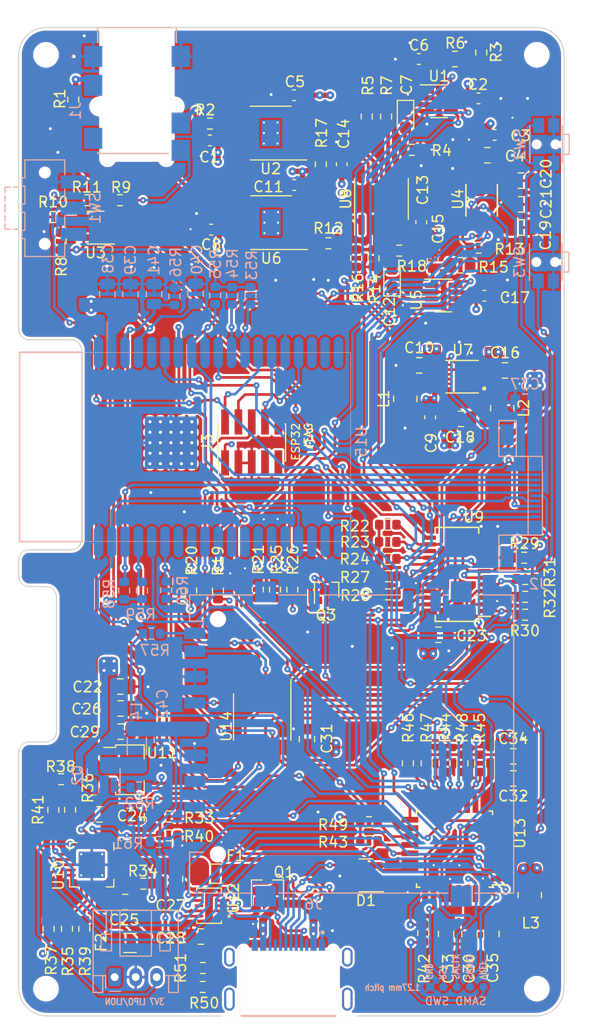
<source format=kicad_pcb>
(kicad_pcb (version 20221018) (generator pcbnew)

  (general
    (thickness 1.566672)
  )

  (paper "A4")
  (layers
    (0 "F.Cu" signal)
    (1 "In1.Cu" signal)
    (2 "In2.Cu" signal)
    (31 "B.Cu" signal)
    (32 "B.Adhes" user "B.Adhesive")
    (33 "F.Adhes" user "F.Adhesive")
    (34 "B.Paste" user)
    (35 "F.Paste" user)
    (36 "B.SilkS" user "B.Silkscreen")
    (37 "F.SilkS" user "F.Silkscreen")
    (38 "B.Mask" user)
    (39 "F.Mask" user)
    (40 "Dwgs.User" user "User.Drawings")
    (41 "Cmts.User" user "User.Comments")
    (42 "Eco1.User" user "User.Eco1")
    (43 "Eco2.User" user "User.Eco2")
    (44 "Edge.Cuts" user)
    (45 "Margin" user)
    (46 "B.CrtYd" user "B.Courtyard")
    (47 "F.CrtYd" user "F.Courtyard")
    (48 "B.Fab" user)
    (49 "F.Fab" user)
    (50 "User.1" user)
    (51 "User.2" user)
    (52 "User.3" user)
    (53 "User.4" user)
    (54 "User.5" user)
    (55 "User.6" user)
    (56 "User.7" user)
    (57 "User.8" user)
    (58 "User.9" user)
  )

  (setup
    (stackup
      (layer "F.SilkS" (type "Top Silk Screen") (color "White"))
      (layer "F.Paste" (type "Top Solder Paste"))
      (layer "F.Mask" (type "Top Solder Mask") (color "Purple") (thickness 0.0254))
      (layer "F.Cu" (type "copper") (thickness 0.04318))
      (layer "dielectric 1" (type "prepreg") (thickness 0.202184) (material "FR408-HR") (epsilon_r 3.69) (loss_tangent 0.0091))
      (layer "In1.Cu" (type "copper") (thickness 0.017272))
      (layer "dielectric 2" (type "core") (thickness 0.9906) (material "FR408-HR") (epsilon_r 3.69) (loss_tangent 0.0091))
      (layer "In2.Cu" (type "copper") (thickness 0.017272))
      (layer "dielectric 3" (type "prepreg") (thickness 0.202184) (material "FR408-HR") (epsilon_r 3.69) (loss_tangent 0.0091))
      (layer "B.Cu" (type "copper") (thickness 0.04318))
      (layer "B.Mask" (type "Bottom Solder Mask") (color "Purple") (thickness 0.0254))
      (layer "B.Paste" (type "Bottom Solder Paste"))
      (layer "B.SilkS" (type "Bottom Silk Screen") (color "White"))
      (copper_finish "ENIG")
      (dielectric_constraints no)
    )
    (pad_to_mask_clearance 0.0508)
    (aux_axis_origin 117.25 51)
    (grid_origin 117.25 51)
    (pcbplotparams
      (layerselection 0x00010fc_ffffffff)
      (plot_on_all_layers_selection 0x0000000_00000000)
      (disableapertmacros false)
      (usegerberextensions true)
      (usegerberattributes true)
      (usegerberadvancedattributes true)
      (creategerberjobfile true)
      (dashed_line_dash_ratio 12.000000)
      (dashed_line_gap_ratio 3.000000)
      (svgprecision 6)
      (plotframeref false)
      (viasonmask false)
      (mode 1)
      (useauxorigin false)
      (hpglpennumber 1)
      (hpglpenspeed 20)
      (hpglpendiameter 15.000000)
      (dxfpolygonmode true)
      (dxfimperialunits true)
      (dxfusepcbnewfont true)
      (psnegative false)
      (psa4output false)
      (plotreference true)
      (plotvalue true)
      (plotinvisibletext false)
      (sketchpadsonfab false)
      (subtractmaskfromsilk false)
      (outputformat 1)
      (mirror false)
      (drillshape 0)
      (scaleselection 1)
      (outputdirectory "gerbers2")
    )
  )

  (net 0 "")
  (net 1 "GND")
  (net 2 "/ESP_EN")
  (net 3 "BAT_LEVEL")
  (net 4 "SYS_POWER")
  (net 5 "USB.DP")
  (net 6 "USB.DN")
  (net 7 "~{3.5mm_DETECT}")
  (net 8 "/JTAG.TMS")
  (net 9 "/JTAG.TCK")
  (net 10 "/JTAG.TDO")
  (net 11 "/JTAG.TDI")
  (net 12 "/SWD.SWDIO")
  (net 13 "/SWD.SWCLK")
  (net 14 "/SWD.RESET")
  (net 15 "/Power/NTC")
  (net 16 "~{CHG_PWR_OK}")
  (net 17 "I2C.SCL")
  (net 18 "/Power/VBUS_RAW")
  (net 19 "I2C.SDA")
  (net 20 "ESP_SPI.PICO")
  (net 21 "/Peripherals/~{DISPLAY_RST}")
  (net 22 "ESP_SPI.SCLK")
  (net 23 "ESP_SPI.DISPLAY_CS")
  (net 24 "DISPLAY_LED_EN")
  (net 25 "DAC.SCK")
  (net 26 "/ESP_BOOT")
  (net 27 "~{SD_VDD_EN}")
  (net 28 "/UART.ESP.TX")
  (net 29 "ESP_SPI.POCI")
  (net 30 "DAC.DATA")
  (net 31 "DAC.BCK")
  (net 32 "ESP_SPI.SD_CS")
  (net 33 "DAC.LRCK")
  (net 34 "SAMD_SPI.POCI")
  (net 35 "/UART.ESP.RX")
  (net 36 "SAMD_SPI.CS")
  (net 37 "SAMD_SPI.PICO")
  (net 38 "/~{SAMD_INT}")
  (net 39 "SAMD_SPI.SCLK")
  (net 40 "CHG_SEL")
  (net 41 "AMP_EN")
  (net 42 "/Power/VBUS_SWITCHED")
  (net 43 "~{GPIO_INT}")
  (net 44 "USB_TCC0")
  (net 45 "USB_TCC1")
  (net 46 "KEY_LOCK")
  (net 47 "CHG_STAT1")
  (net 48 "CHG_STAT2")
  (net 49 "~{TOUCH_INT}")
  (net 50 "DISPLAY_DR")
  (net 51 "+3V3")
  (net 52 "+5VA")
  (net 53 "-5VA")
  (net 54 "KEY_VOL_UP")
  (net 55 "Net-(J7-Pin_1)")
  (net 56 "Net-(J1-Pad2)")
  (net 57 "Net-(J1-Pad3)")
  (net 58 "/Audio/TIP_SW")
  (net 59 "KEY_VOL_DOWN")
  (net 60 "Net-(J4-CD{slash}DAT3)")
  (net 61 "Net-(J4-CMD)")
  (net 62 "Net-(J4-CLK)")
  (net 63 "Net-(J4-DAT0)")
  (net 64 "Net-(J4-DAT1)")
  (net 65 "Net-(J4-DAT2)")
  (net 66 "unconnected-(J1-Pad6)")
  (net 67 "/Power/CC1")
  (net 68 "/Power/CC2")
  (net 69 "Net-(U1-A)")
  (net 70 "Net-(U1-W)")
  (net 71 "Net-(U8B-+)")
  (net 72 "Net-(U5-W)")
  (net 73 "Net-(U8A-+)")
  (net 74 "Net-(U5-A)")
  (net 75 "Net-(U4-VQ)")
  (net 76 "Net-(U4-FIL+)")
  (net 77 "Net-(U10-V_{BAT_SENSE})")
  (net 78 "~{VOL_ZCEN}")
  (net 79 "VOL_UP_~{DOWN}")
  (net 80 "~{VOL_R_CS}")
  (net 81 "~{VOL_L_CS}")
  (net 82 "Net-(U13-VDDCORE)")
  (net 83 "unconnected-(J3-UART_TX-Pad7)")
  (net 84 "unconnected-(J3-UART_RX-Pad9)")
  (net 85 "unconnected-(J3-nRst-Pad10)")
  (net 86 "unconnected-(J6-SBU1-PadA8)")
  (net 87 "unconnected-(J6-SBU2-PadB8)")
  (net 88 "Net-(C27-Pad1)")
  (net 89 "Net-(U7-SWN)")
  (net 90 "Net-(U7-SWP)")
  (net 91 "Net-(Q2-D)")
  (net 92 "Net-(Q1-G)")
  (net 93 "Net-(U6-OUT)")
  (net 94 "Net-(U2-OUT)")
  (net 95 "Net-(U4-AOUTL)")
  (net 96 "Net-(U8B--)")
  (net 97 "Net-(U3--)")
  (net 98 "Net-(U3-+)")
  (net 99 "Net-(U6-BW)")
  (net 100 "Net-(U4-AOUTR)")
  (net 101 "Net-(U8A--)")
  (net 102 "Net-(U2-BW)")
  (net 103 "Net-(U14E-~{OE})")
  (net 104 "Net-(U14E-S)")
  (net 105 "Net-(U10-VPCC)")
  (net 106 "Net-(U10-CE)")
  (net 107 "Net-(U10-PROG3)")
  (net 108 "Net-(U10-PROG2)")
  (net 109 "Net-(U10-PROG1)")
  (net 110 "unconnected-(SW1-A-Pad1)")
  (net 111 "unconnected-(U2-NC-Pad2)")
  (net 112 "Net-(U2-IN)")
  (net 113 "unconnected-(U2-NC-Pad5)")
  (net 114 "unconnected-(U2-NC-Pad8)")
  (net 115 "unconnected-(U6-NC-Pad2)")
  (net 116 "Net-(U6-IN)")
  (net 117 "unconnected-(U6-NC-Pad5)")
  (net 118 "unconnected-(U6-NC-Pad8)")
  (net 119 "unconnected-(U9-IO0_6-Pad10)")
  (net 120 "unconnected-(U9-IO1_6-Pad19)")
  (net 121 "unconnected-(U9-IO1_7-Pad20)")
  (net 122 "unconnected-(U12-ORIENT-Pad8)")
  (net 123 "unconnected-(U12-SWMONI-Pad9)")
  (net 124 "unconnected-(U13-SERCOM3.1-Pad22)")
  (net 125 "unconnected-(U15-I39{slash}NOINT-Pad5)")
  (net 126 "unconnected-(U15-SHD{slash}SD2-Pad17)")
  (net 127 "unconnected-(U15-SWP{slash}SD3-Pad18)")
  (net 128 "unconnected-(U15-SCS{slash}CMD-Pad19)")
  (net 129 "unconnected-(U15-SCK{slash}CLK-Pad20)")
  (net 130 "unconnected-(U15-SDO{slash}SD0-Pad21)")
  (net 131 "unconnected-(U15-SDI{slash}SD1-Pad22)")
  (net 132 "unconnected-(U15-IO16-Pad27)")
  (net 133 "unconnected-(U15-IO17-Pad28)")
  (net 134 "unconnected-(U15-NC-Pad32)")
  (net 135 "Net-(U13-VDDIN)")
  (net 136 "Net-(J4-VDD)")

  (footprint "Package_TO_SOT_SMD:TSOT-23" (layer "F.Cu") (at 141.2 133.6 90))

  (footprint "Fuse:Fuse_1206_3216Metric" (layer "F.Cu") (at 128.1 138.65))

  (footprint "Resistor_SMD:R_0603_1608Metric" (layer "F.Cu") (at 141.936497 104.985071 90))

  (footprint "MountingHole:MountingHole_2.2mm_M2" (layer "F.Cu") (at 166.9 143))

  (footprint "Inductor_SMD:L_1008_2520Metric" (layer "F.Cu") (at 154.359495 86.82128 90))

  (footprint "Capacitor_SMD:C_0805_2012Metric" (layer "F.Cu") (at 125.2 126.4 180))

  (footprint "Resistor_SMD:R_0603_1608Metric" (layer "F.Cu") (at 122.7 58.325 90))

  (footprint "Resistor_SMD:R_0603_1608Metric" (layer "F.Cu") (at 122.1 137.3 -90))

  (footprint "Package_DFN_QFN:QFN-20-1EP_4x4mm_P0.5mm_EP2.5x2.5mm_ThermalVias" (layer "F.Cu") (at 124.4625 131.2 -90))

  (footprint "Package_TO_SOT_SMD:SOT-323_SC-70" (layer "F.Cu") (at 146.861116 105.015656 90))

  (footprint "Capacitor_SMD:C_0805_2012Metric" (layer "F.Cu") (at 127.65 134.75))

  (footprint "Capacitor_SMD:C_0603_1608Metric" (layer "F.Cu") (at 155.65 54.45 180))

  (footprint "Package_SO:SSOP-24_3.9x8.7mm_P0.635mm" (layer "F.Cu") (at 159.283585 103.539839 180))

  (footprint "Resistor_SMD:R_0603_1608Metric" (layer "F.Cu") (at 150.895998 127.14459))

  (footprint "Resistor_SMD:R_0603_1608Metric" (layer "F.Cu") (at 161.340564 72.419212 180))

  (footprint "Capacitor_SMD:C_0603_1608Metric" (layer "F.Cu") (at 156.730823 88.571527 -90))

  (footprint "Resistor_SMD:R_0603_1608Metric" (layer "F.Cu") (at 120.35 137.3 90))

  (footprint "Capacitor_SMD:C_0805_2012Metric" (layer "F.Cu") (at 165.406837 68.296512))

  (footprint "Capacitor_SMD:C_0805_2012Metric" (layer "F.Cu") (at 165.381837 66.031512))

  (footprint "Resistor_SMD:R_0603_1608Metric" (layer "F.Cu") (at 165.791164 107.382484 180))

  (footprint "Capacitor_SMD:C_0805_2012Metric" (layer "F.Cu") (at 127.188526 114.226014))

  (footprint "Resistor_SMD:R_0603_1608Metric" (layer "F.Cu") (at 135.725 60.6 180))

  (footprint "Resistor_SMD:R_0603_1608Metric" (layer "F.Cu") (at 152.683992 100.448918 180))

  (footprint "Capacitor_SMD:C_0805_2012Metric" (layer "F.Cu") (at 165.406837 70.496512))

  (footprint "Capacitor_SMD:C_0603_1608Metric" (layer "F.Cu") (at 155.88 70 90))

  (footprint "Resistor_SMD:R_0603_1608Metric" (layer "F.Cu") (at 152.689047 102.065251 180))

  (footprint "Resistor_SMD:R_0603_1608Metric" (layer "F.Cu") (at 121.55 123.05 180))

  (footprint "Capacitor_SMD:C_0603_1608Metric" (layer "F.Cu") (at 156.97 73.6 90))

  (footprint "Resistor_SMD:R_0603_1608Metric" (layer "F.Cu") (at 120.775 69.5))

  (footprint "Capacitor_SMD:C_0603_1608Metric" (layer "F.Cu") (at 135.725 62.205 180))

  (footprint "Resistor_SMD:R_0603_1608Metric" (layer "F.Cu") (at 152.707828 103.714918 180))

  (footprint "footprints:BD91N01NUX-E2" (layer "F.Cu") (at 135.6475 135.099874 180))

  (footprint "Capacitor_SMD:C_0603_1608Metric" (layer "F.Cu") (at 162.88925 61.681681))

  (footprint "Capacitor_SMD:C_0603_1608Metric" (layer "F.Cu") (at 135.85 70.7 180))

  (footprint "Resistor_SMD:R_0603_1608Metric" (layer "F.Cu") (at 123.75 137.3 -90))

  (footprint "Capacitor_SMD:C_0805_2012Metric" (layer "F.Cu") (at 158.250275 137.782994 90))

  (footprint "Resistor_SMD:R_0603_1608Metric" (layer "F.Cu") (at 120.8 125.975 -90))

  (footprint "Resistor_SMD:R_0603_1608Metric" (layer "F.Cu") (at 146.3 64.475 -90))

  (footprint "Resistor_SMD:R_0603_1608Metric" (layer "F.Cu") (at 153.78 72.7 180))

  (footprint "Resistor_SMD:R_0603_1608Metric" (layer "F.Cu") (at 127.15 67.9 180))

  (footprint "Capacitor_SMD:C_0603_1608Metric" (layer "F.Cu") (at 143.75 57.9 180))

  (footprint "Capacitor_SMD:C_0805_2012Metric" (layer "F.Cu") (at 132.4 132.55 -90))

  (footprint "Capacitor_SMD:C_0603_1608Metric" (layer "F.Cu")
    (tstamp 672b3d75-0607-4e60-b0a9-54993d255b03)
    (at 143.775
... [4070092 chars truncated]
</source>
